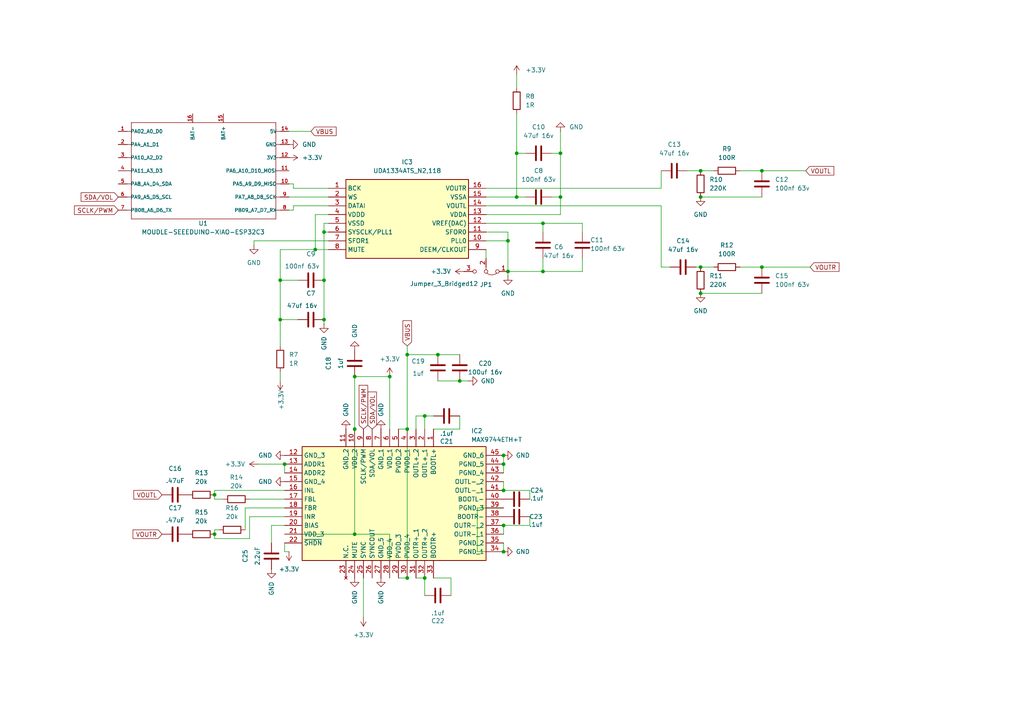
<source format=kicad_sch>
(kicad_sch (version 20231120) (generator "eeschema") (generator_version "8.0")
  (paper "A4")
  (lib_symbols
    (symbol "Device:C" (pin_numbers hide) (pin_names (offset 0.254))
      (property "Reference" "C" (at 0.635 2.54 0))
      (property "Value" "C" (at 0.635 -2.54 0))
      (symbol "C_0_1"
        (polyline (pts (xy -2.032 -0.762) (xy 2.032 -0.762)) (stroke (width 0.508)))
        (polyline (pts (xy -2.032 0.762) (xy 2.032 0.762)) (stroke (width 0.508)))
      )
      (symbol "C_1_1"
        (pin passive line (at 0 3.81 270) (length 2.794) (name "~") (number "1"))
        (pin passive line (at 0 -3.81 90) (length 2.794) (name "~") (number "2"))
      )
    )
    (symbol "Device:R" (pin_numbers hide) (pin_names (offset 0))
      (property "Reference" "R" (at 2.032 0 90))
      (property "Value" "R" (at 0 0 90))
      (symbol "R_0_1"
        (rectangle (start -1.016 -2.54) (end 1.016 2.54) (stroke (width 0.254)))
      )
      (symbol "R_1_1"
        (pin passive line (at 0 3.81 270) (length 1.27) (name "~") (number "1"))
        (pin passive line (at 0 -3.81 90) (length 1.27) (name "~") (number "2"))
      )
    )
    (symbol "Jumper:Jumper_3_Bridged12" (pin_names (offset 0) hide) (exclude_from_sim yes) (in_bom no)
      (property "Reference" "JP" (at -2.54 -2.54 0))
      (property "Value" "Jumper_3_Bridged12" (at 0 2.794 0))
      (symbol "Jumper_3_Bridged12_0_0"
        (circle (center -3.302 0) (radius 0.508))
        (circle (center 0 0) (radius 0.508))
        (circle (center 3.302 0) (radius 0.508))
      )
      (symbol "Jumper_3_Bridged12_0_1"
        (arc (start -0.254 0.508) (mid -1.651 0.9912) (end -3.048 0.508))
        (polyline (pts (xy 0 -1.27) (xy 0 -0.508)))
      )
      (symbol "Jumper_3_Bridged12_1_1"
        (pin passive line (at -6.35 0 0) (length 2.54) (name "A") (number "1"))
        (pin passive line (at 0 -3.81 90) (length 2.54) (name "C") (number "2"))
        (pin passive line (at 6.35 0 180) (length 2.54) (name "B") (number "3"))
      )
    )
    (symbol "SamacSys_Parts:MAX9744ETH+T"
      (property "Reference" "IC" (at 39.37 20.32 0))
      (property "Value" "MAX9744ETH+T" (at 39.37 17.78 0))
      (symbol "MAX9744ETH+T_1_1"
        (rectangle (start 5.08 15.24) (end 38.1 -38.1) (stroke (width 0.254)) (fill (type background)))
        (pin passive line (at 0 0 0) (length 5.08) (name "BOOTL+") (number "1"))
        (pin passive line (at 0 -22.86 0) (length 5.08) (name "VDD_2") (number "10"))
        (pin passive line (at 0 -25.4 0) (length 5.08) (name "GND_2") (number "11"))
        (pin passive line (at 7.62 -43.18 90) (length 5.08) (name "GND_3") (number "12"))
        (pin passive line (at 10.16 -43.18 90) (length 5.08) (name "ADDR1") (number "13"))
        (pin passive line (at 12.7 -43.18 90) (length 5.08) (name "ADDR2") (number "14"))
        (pin passive line (at 15.24 -43.18 90) (length 5.08) (name "GND_4") (number "15"))
        (pin passive line (at 17.78 -43.18 90) (length 5.08) (name "INL") (number "16"))
        (pin passive line (at 20.32 -43.18 90) (length 5.08) (name "FBL") (number "17"))
        (pin passive line (at 22.86 -43.18 90) (length 5.08) (name "FBR") (number "18"))
        (pin passive line (at 25.4 -43.18 90) (length 5.08) (name "INR") (number "19"))
        (pin passive line (at 0 -2.54 0) (length 5.08) (name "OUTL+_1") (number "2"))
        (pin passive line (at 27.94 -43.18 90) (length 5.08) (name "BIAS") (number "20"))
        (pin passive line (at 30.48 -43.18 90) (length 5.08) (name "VDD_3") (number "21"))
        (pin passive line (at 33.02 -43.18 90) (length 5.08) (name "~{SHDN}") (number "22"))
        (pin no_connect line (at 43.18 -25.4 180) (length 5.08) (name "N.C.") (number "23"))
        (pin passive line (at 43.18 -22.86 180) (length 5.08) (name "MUTE") (number "24"))
        (pin passive line (at 43.18 -20.32 180) (length 5.08) (name "SYNC") (number "25"))
        (pin passive line (at 43.18 -17.78 180) (length 5.08) (name "SYNCOUT") (number "26"))
        (pin passive line (at 43.18 -15.24 180) (length 5.08) (name "GND_5") (number "27"))
        (pin passive line (at 43.18 -12.7 180) (length 5.08) (name "VDD_4") (number "28"))
        (pin passive line (at 43.18 -10.16 180) (length 5.08) (name "PVDD_3") (number "29"))
        (pin passive line (at 0 -5.08 0) (length 5.08) (name "OUTL+_2") (number "3"))
        (pin passive line (at 43.18 -7.62 180) (length 5.08) (name "PVDD_4") (number "30"))
        (pin passive line (at 43.18 -5.08 180) (length 5.08) (name "OUTR+_1") (number "31"))
        (pin passive line (at 43.18 -2.54 180) (length 5.08) (name "OUTR+_2") (number "32"))
        (pin passive line (at 43.18 0 180) (length 5.08) (name "BOOTR+") (number "33"))
        (pin passive line (at 35.56 20.32 270) (length 5.08) (name "PGND_1") (number "34"))
        (pin passive line (at 33.02 20.32 270) (length 5.08) (name "PGND_2") (number "35"))
        (pin passive line (at 30.48 20.32 270) (length 5.08) (name "OUTR-_1") (number "36"))
        (pin passive line (at 27.94 20.32 270) (length 5.08) (name "OUTR-_2") (number "37"))
        (pin passive line (at 25.4 20.32 270) (length 5.08) (name "BOOTR-") (number "38"))
        (pin passive line (at 22.86 20.32 270) (length 5.08) (name "PGND_3") (number "39"))
        (pin passive line (at 0 -7.62 0) (length 5.08) (name "PVDD_1") (number "4"))
        (pin passive line (at 20.32 20.32 270) (length 5.08) (name "BOOTL-") (number "40"))
        (pin passive line (at 17.78 20.32 270) (length 5.08) (name "OUTL-_1") (number "41"))
        (pin passive line (at 15.24 20.32 270) (length 5.08) (name "OUTL-_2") (number "42"))
        (pin passive line (at 12.7 20.32 270) (length 5.08) (name "PGND_4") (number "43"))
        (pin passive line (at 10.16 20.32 270) (length 5.08) (name "PGND_5") (number "44"))
        (pin passive line (at 7.62 20.32 270) (length 5.08) (name "GND_6") (number "45"))
        (pin passive line (at 0 -10.16 0) (length 5.08) (name "PVDD_2") (number "5"))
        (pin passive line (at 0 -12.7 0) (length 5.08) (name "VDD_1") (number "6"))
        (pin passive line (at 0 -15.24 0) (length 5.08) (name "GND_1") (number "7"))
        (pin passive line (at 0 -17.78 0) (length 5.08) (name "SDA/VOL") (number "8"))
        (pin passive line (at 0 -20.32 0) (length 5.08) (name "SCLK/PWM") (number "9"))
      )
    )
    (symbol "SamacSys_Parts:MOUDLE-SEEEDUINO-XIAO-ESP32C3" (pin_names (offset 1.016))
      (property "Reference" "U" (at -21.59 15.24 0))
      (property "Value" "MOUDLE-SEEEDUINO-XIAO-ESP32C3" (at -22.352 26.416 0))
      (symbol "MOUDLE-SEEEDUINO-XIAO-ESP32C3_0_0"
        (polyline (pts (xy -21.59 -13.97) (xy -21.59 0)) (stroke (width 0.1524)))
        (polyline (pts (xy -21.59 -11.43) (xy -22.86 -11.43)) (stroke (width 0.1524)))
        (polyline (pts (xy -21.59 -7.62) (xy -22.86 -7.62)) (stroke (width 0.1524)))
        (polyline (pts (xy -21.59 -3.81) (xy -22.86 -3.81)) (stroke (width 0.1524)))
        (polyline (pts (xy -21.59 0) (xy -22.86 0)) (stroke (width 0.1524)))
        (polyline (pts (xy -21.59 0) (xy -21.59 3.81)) (stroke (width 0.1524)))
        (polyline (pts (xy -21.59 3.81) (xy -22.86 3.81)) (stroke (width 0.1524)))
        (polyline (pts (xy -21.59 3.81) (xy -21.59 7.62)) (stroke (width 0.1524)))
        (polyline (pts (xy -21.59 7.62) (xy -22.86 7.62)) (stroke (width 0.1524)))
        (polyline (pts (xy -21.59 7.62) (xy -21.59 11.43)) (stroke (width 0.1524)))
        (polyline (pts (xy -21.59 11.43) (xy -22.86 11.43)) (stroke (width 0.1524)))
        (polyline (pts (xy -21.59 11.43) (xy -21.59 13.97)) (stroke (width 0.1524)))
        (polyline (pts (xy -21.59 13.97) (xy 20.32 13.97)) (stroke (width 0.1524)))
        (polyline (pts (xy 20.32 -13.97) (xy -21.59 -13.97)) (stroke (width 0.1524)))
        (polyline (pts (xy 20.32 3.81) (xy 20.32 -13.97)) (stroke (width 0.1524)))
        (polyline (pts (xy 20.32 7.62) (xy 20.32 3.81)) (stroke (width 0.1524)))
        (polyline (pts (xy 20.32 11.43) (xy 20.32 7.62)) (stroke (width 0.1524)))
        (polyline (pts (xy 20.32 13.97) (xy 20.32 11.43)) (stroke (width 0.1524)))
        (polyline (pts (xy 21.59 -11.43) (xy 20.32 -11.43)) (stroke (width 0.1524)))
        (polyline (pts (xy 21.59 -7.62) (xy 20.32 -7.62)) (stroke (width 0.1524)))
        (polyline (pts (xy 21.59 -3.81) (xy 20.32 -3.81)) (stroke (width 0.1524)))
        (polyline (pts (xy 21.59 0) (xy 20.32 0)) (stroke (width 0.1524)))
        (polyline (pts (xy 21.59 3.81) (xy 20.32 3.81)) (stroke (width 0.1524)))
        (polyline (pts (xy 21.59 7.62) (xy 20.32 7.62)) (stroke (width 0.1524)))
        (polyline (pts (xy 21.59 11.43) (xy 20.32 11.43)) (stroke (width 0.1524)))
        (pin bidirectional line (at -25.4 11.43 0) (length 2.54) (name "PA02_A0_D0") (number "1"))
        (pin bidirectional line (at 24.13 -3.81 180) (length 2.54) (name "PA5_A9_D9_MISO") (number "10"))
        (pin bidirectional line (at 24.13 0 180) (length 2.54) (name "PA6_A10_D10_MOSI") (number "11"))
        (pin bidirectional line (at 24.13 3.81 180) (length 2.54) (name "3V3") (number "12"))
        (pin bidirectional line (at 24.13 7.62 180) (length 2.54) (name "GND") (number "13"))
        (pin bidirectional line (at 24.13 11.43 180) (length 2.54) (name "5V") (number "14"))
        (pin bidirectional line (at -25.4 7.62 0) (length 2.54) (name "PA4_A1_D1") (number "2"))
        (pin bidirectional line (at -25.4 3.81 0) (length 2.54) (name "PA10_A2_D2") (number "3"))
        (pin bidirectional line (at -25.4 0 0) (length 2.54) (name "PA11_A3_D3") (number "4"))
        (pin bidirectional line (at -25.4 -3.81 0) (length 2.54) (name "PA8_A4_D4_SDA") (number "5"))
        (pin bidirectional line (at -25.4 -7.62 0) (length 2.54) (name "PA9_A5_D5_SCL") (number "6"))
        (pin bidirectional line (at -25.4 -11.43 0) (length 2.54) (name "PB08_A6_D6_TX") (number "7"))
        (pin bidirectional line (at 24.13 -11.43 180) (length 2.54) (name "PB09_A7_D7_RX") (number "8"))
        (pin bidirectional line (at 24.13 -7.62 180) (length 2.54) (name "PA7_A8_D8_SCK") (number "9"))
      )
      (symbol "MOUDLE-SEEEDUINO-XIAO-ESP32C3_1_0"
        (pin bidirectional line (at 5.08 16.51 270) (length 2.54) (name "BAT+") (number "15"))
        (pin bidirectional line (at -3.81 16.51 270) (length 2.54) (name "BAT-") (number "16"))
      )
    )
    (symbol "SamacSys_Parts:UDA1334ATS_N2,118"
      (property "Reference" "IC" (at 41.91 7.62 0))
      (property "Value" "UDA1334ATS_N2,118" (at 41.91 5.08 0))
      (symbol "UDA1334ATS_N2,118_1_1"
        (rectangle (start 5.08 2.54) (end 40.64 -20.32) (stroke (width 0.254)) (fill (type background)))
        (pin passive line (at 0 0 0) (length 5.08) (name "BCK") (number "1"))
        (pin passive line (at 45.72 -15.24 180) (length 5.08) (name "PLL0") (number "10"))
        (pin passive line (at 45.72 -12.7 180) (length 5.08) (name "SFOR0") (number "11"))
        (pin passive line (at 45.72 -10.16 180) (length 5.08) (name "VREF(DAC)") (number "12"))
        (pin passive line (at 45.72 -7.62 180) (length 5.08) (name "VDDA") (number "13"))
        (pin passive line (at 45.72 -5.08 180) (length 5.08) (name "VOUTL") (number "14"))
        (pin passive line (at 45.72 -2.54 180) (length 5.08) (name "VSSA") (number "15"))
        (pin passive line (at 45.72 0 180) (length 5.08) (name "VOUTR") (number "16"))
        (pin passive line (at 0 -2.54 0) (length 5.08) (name "WS") (number "2"))
        (pin passive line (at 0 -5.08 0) (length 5.08) (name "DATAI") (number "3"))
        (pin passive line (at 0 -7.62 0) (length 5.08) (name "VDDD") (number "4"))
        (pin passive line (at 0 -10.16 0) (length 5.08) (name "VSSD") (number "5"))
        (pin passive line (at 0 -12.7 0) (length 5.08) (name "SYSCLK/PLL1") (number "6"))
        (pin passive line (at 0 -15.24 0) (length 5.08) (name "SFOR1") (number "7"))
        (pin passive line (at 0 -17.78 0) (length 5.08) (name "MUTE") (number "8"))
        (pin passive line (at 45.72 -17.78 180) (length 5.08) (name "DEEM/CLKOUT") (number "9"))
      )
    )
    (symbol "power:+3.3V" (power) (pin_numbers hide) (pin_names (offset 0) hide)
      (property "Value" "+3.3V" (at 0 3.556 0))
      (symbol "+3.3V_0_1"
        (polyline (pts (xy -0.762 1.27) (xy 0 2.54)))
        (polyline (pts (xy 0 0) (xy 0 2.54)))
        (polyline (pts (xy 0 2.54) (xy 0.762 1.27)))
      )
      (symbol "+3.3V_1_1"
        (pin power_in line (at 0 0 90) (length 0) (name "~") (number "1"))
      )
    )
    (symbol "power:GND" (power) (pin_numbers hide) (pin_names (offset 0) hide)
      (property "Value" "GND" (at 0 -3.81 0))
      (symbol "GND_0_1"
        (polyline (pts (xy 0 0) (xy 0 -1.27) (xy 1.27 -1.27) (xy 0 -2.54) (xy -1.27 -1.27) (xy 0 -1.27)))
      )
      (symbol "GND_1_1"
        (pin power_in line (at 0 0 270) (length 0) (name "~") (number "1"))
      )
    )
  )
  (junction (at 220.98 49.53))
  (junction (at 146.05 152.4))
  (junction (at 203.2 77.47))
  (junction (at 102.87 124.46))
  (junction (at 127 102.87))
  (junction (at 102.87 109.22))
  (junction (at 146.05 132.08))
  (junction (at 118.11 102.87))
  (junction (at 203.2 57.15))
  (junction (at 102.87 154.94))
  (junction (at 133.35 110.49))
  (junction (at 162.56 44.45))
  (junction (at 123.19 167.64))
  (junction (at 62.23 143.51))
  (junction (at 149.86 44.45))
  (junction (at 93.98 92.71))
  (junction (at 91.44 72.39))
  (junction (at 157.48 78.74))
  (junction (at 93.98 81.28))
  (junction (at 146.05 160.02))
  (junction (at 147.32 78.74))
  (junction (at 162.56 57.15))
  (junction (at 118.11 167.64))
  (junction (at 203.2 85.09))
  (junction (at 123.19 120.65))
  (junction (at 146.05 134.62))
  (junction (at 113.03 109.22))
  (junction (at 147.32 69.85))
  (junction (at 149.86 57.15))
  (junction (at 146.05 142.24))
  (junction (at 203.2 49.53))
  (junction (at 157.48 64.77))
  (junction (at 82.55 134.62))
  (junction (at 220.98 77.47))
  (junction (at 62.23 154.94))
  (junction (at 81.28 92.71))
  (junction (at 93.98 67.31))
  (junction (at 118.11 124.46))
  (junction (at 81.28 81.28))
  (wire (pts (xy 115.57 124.46) (xy 118.11 124.46)))
  (wire (pts (xy 82.55 137.16) (xy 82.55 134.62)))
  (wire (pts (xy 168.91 74.93) (xy 168.91 78.74)))
  (wire (pts (xy 127 102.87) (xy 133.35 102.87)))
  (wire (pts (xy 120.65 167.64) (xy 123.19 167.64)))
  (wire (pts (xy 201.93 77.47) (xy 203.2 77.47)))
  (wire (pts (xy 81.28 110.49) (xy 81.28 107.95)))
  (wire (pts (xy 62.23 156.21) (xy 62.23 154.94)))
  (wire (pts (xy 191.77 77.47) (xy 194.31 77.47)))
  (wire (pts (xy 82.55 149.86) (xy 72.39 149.86)))
  (wire (pts (xy 83.82 57.15) (xy 95.25 57.15)))
  (wire (pts (xy 133.35 124.46) (xy 133.35 120.65)))
  (wire (pts (xy 81.28 72.39) (xy 81.28 81.28)))
  (wire (pts (xy 147.32 78.74) (xy 147.32 80.01)))
  (wire (pts (xy 82.55 157.48) (xy 82.55 160.02)))
  (wire (pts (xy 82.55 152.4) (xy 78.74 152.4)))
  (wire (pts (xy 153.67 152.4) (xy 153.67 149.86)))
  (wire (pts (xy 63.5 153.67) (xy 62.23 153.67)))
  (wire (pts (xy 140.97 54.61) (xy 191.77 54.61)))
  (wire (pts (xy 93.98 81.28) (xy 93.98 92.71)))
  (wire (pts (xy 191.77 59.69) (xy 191.77 77.47)))
  (wire (pts (xy 130.81 167.64) (xy 125.73 167.64)))
  (wire (pts (xy 74.93 134.62) (xy 82.55 134.62)))
  (wire (pts (xy 203.2 77.47) (xy 207.01 77.47)))
  (wire (pts (xy 157.48 64.77) (xy 168.91 64.77)))
  (wire (pts (xy 73.66 69.85) (xy 73.66 71.12)))
  (wire (pts (xy 140.97 72.39) (xy 140.97 74.93)))
  (wire (pts (xy 140.97 59.69) (xy 191.77 59.69)))
  (wire (pts (xy 135.89 110.49) (xy 133.35 110.49)))
  (wire (pts (xy 147.32 69.85) (xy 147.32 78.74)))
  (wire (pts (xy 146.05 132.08) (xy 146.05 134.62)))
  (wire (pts (xy 115.57 167.64) (xy 118.11 167.64)))
  (wire (pts (xy 91.44 72.39) (xy 91.44 62.23)))
  (wire (pts (xy 82.55 142.24) (xy 62.23 142.24)))
  (wire (pts (xy 82.55 160.02) (xy 83.82 160.02)))
  (wire (pts (xy 149.86 44.45) (xy 152.4 44.45)))
  (wire (pts (xy 85.09 54.61) (xy 85.09 53.34)))
  (wire (pts (xy 113.03 109.22) (xy 102.87 109.22)))
  (wire (pts (xy 153.67 142.24) (xy 146.05 142.24)))
  (wire (pts (xy 113.03 154.94) (xy 102.87 154.94)))
  (wire (pts (xy 149.86 57.15) (xy 152.4 57.15)))
  (wire (pts (xy 147.32 78.74) (xy 157.48 78.74)))
  (wire (pts (xy 93.98 67.31) (xy 93.98 64.77)))
  (wire (pts (xy 168.91 78.74) (xy 157.48 78.74)))
  (wire (pts (xy 220.98 77.47) (xy 234.95 77.47)))
  (wire (pts (xy 82.55 154.94) (xy 102.87 154.94)))
  (wire (pts (xy 140.97 69.85) (xy 147.32 69.85)))
  (wire (pts (xy 102.87 124.46) (xy 102.87 154.94)))
  (wire (pts (xy 83.82 38.1) (xy 90.17 38.1)))
  (wire (pts (xy 149.86 44.45) (xy 149.86 57.15)))
  (wire (pts (xy 203.2 57.15) (xy 220.98 57.15)))
  (wire (pts (xy 123.19 167.64) (xy 123.19 172.72)))
  (wire (pts (xy 95.25 69.85) (xy 73.66 69.85)))
  (wire (pts (xy 146.05 147.32) (xy 138.43 147.32)))
  (wire (pts (xy 95.25 54.61) (xy 85.09 54.61)))
  (wire (pts (xy 203.2 49.53) (xy 207.01 49.53)))
  (wire (pts (xy 81.28 81.28) (xy 86.36 81.28)))
  (wire (pts (xy 120.65 120.65) (xy 123.19 120.65)))
  (wire (pts (xy 85.09 60.96) (xy 85.09 59.69)))
  (wire (pts (xy 113.03 109.22) (xy 113.03 124.46)))
  (wire (pts (xy 93.98 93.98) (xy 93.98 92.71)))
  (wire (pts (xy 127 110.49) (xy 133.35 110.49)))
  (wire (pts (xy 118.11 102.87) (xy 118.11 124.46)))
  (wire (pts (xy 93.98 64.77) (xy 95.25 64.77)))
  (wire (pts (xy 157.48 64.77) (xy 157.48 67.31)))
  (wire (pts (xy 162.56 44.45) (xy 160.02 44.45)))
  (wire (pts (xy 149.86 33.02) (xy 149.86 44.45)))
  (wire (pts (xy 105.41 179.07) (xy 105.41 167.64)))
  (wire (pts (xy 64.77 144.78) (xy 62.23 144.78)))
  (wire (pts (xy 140.97 67.31) (xy 147.32 67.31)))
  (wire (pts (xy 162.56 38.1) (xy 162.56 44.45)))
  (wire (pts (xy 162.56 62.23) (xy 140.97 62.23)))
  (wire (pts (xy 81.28 100.33) (xy 81.28 92.71)))
  (wire (pts (xy 71.12 147.32) (xy 82.55 147.32)))
  (wire (pts (xy 62.23 144.78) (xy 62.23 143.51)))
  (wire (pts (xy 118.11 102.87) (xy 127 102.87)))
  (wire (pts (xy 62.23 142.24) (xy 62.23 143.51)))
  (wire (pts (xy 130.81 172.72) (xy 130.81 167.64)))
  (wire (pts (xy 72.39 149.86) (xy 72.39 156.21)))
  (wire (pts (xy 81.28 81.28) (xy 81.28 92.71)))
  (wire (pts (xy 162.56 57.15) (xy 162.56 62.23)))
  (wire (pts (xy 149.86 21.59) (xy 149.86 25.4)))
  (wire (pts (xy 85.09 53.34) (xy 83.82 53.34)))
  (wire (pts (xy 125.73 124.46) (xy 133.35 124.46)))
  (wire (pts (xy 168.91 64.77) (xy 168.91 67.31)))
  (wire (pts (xy 146.05 134.62) (xy 146.05 137.16)))
  (wire (pts (xy 147.32 67.31) (xy 147.32 69.85)))
  (wire (pts (xy 95.25 67.31) (xy 93.98 67.31)))
  (wire (pts (xy 214.63 49.53) (xy 220.98 49.53)))
  (wire (pts (xy 71.12 153.67) (xy 71.12 147.32)))
  (wire (pts (xy 123.19 124.46) (xy 123.19 120.65)))
  (wire (pts (xy 95.25 59.69) (xy 85.09 59.69)))
  (wire (pts (xy 146.05 152.4) (xy 146.05 154.94)))
  (wire (pts (xy 102.87 109.22) (xy 102.87 124.46)))
  (wire (pts (xy 138.43 147.32) (xy 138.43 160.02)))
  (wire (pts (xy 118.11 100.33) (xy 118.11 102.87)))
  (wire (pts (xy 199.39 49.53) (xy 203.2 49.53)))
  (wire (pts (xy 120.65 124.46) (xy 120.65 120.65)))
  (wire (pts (xy 62.23 153.67) (xy 62.23 154.94)))
  (wire (pts (xy 162.56 44.45) (xy 162.56 57.15)))
  (wire (pts (xy 81.28 92.71) (xy 86.36 92.71)))
  (wire (pts (xy 146.05 139.7) (xy 146.05 142.24)))
  (wire (pts (xy 81.28 72.39) (xy 91.44 72.39)))
  (wire (pts (xy 82.55 144.78) (xy 72.39 144.78)))
  (wire (pts (xy 123.19 120.65) (xy 125.73 120.65)))
  (wire (pts (xy 140.97 64.77) (xy 157.48 64.77)))
  (wire (pts (xy 93.98 67.31) (xy 93.98 81.28)))
  (wire (pts (xy 153.67 144.78) (xy 153.67 142.24)))
  (wire (pts (xy 214.63 77.47) (xy 220.98 77.47)))
  (wire (pts (xy 157.48 74.93) (xy 157.48 78.74)))
  (wire (pts (xy 203.2 85.09) (xy 220.98 85.09)))
  (wire (pts (xy 146.05 157.48) (xy 146.05 160.02)))
  (wire (pts (xy 78.74 152.4) (xy 78.74 157.48)))
  (wire (pts (xy 162.56 57.15) (xy 160.02 57.15)))
  (wire (pts (xy 118.11 124.46) (xy 118.11 167.64)))
  (wire (pts (xy 220.98 49.53) (xy 233.68 49.53)))
  (wire (pts (xy 191.77 54.61) (xy 191.77 49.53)))
  (wire (pts (xy 113.03 167.64) (xy 113.03 154.94)))
  (wire (pts (xy 138.43 160.02) (xy 146.05 160.02)))
  (wire (pts (xy 62.23 156.21) (xy 72.39 156.21)))
  (wire (pts (xy 85.09 60.96) (xy 83.82 60.96)))
  (wire (pts (xy 149.86 57.15) (xy 140.97 57.15)))
  (wire (pts (xy 146.05 152.4) (xy 153.67 152.4)))
  (wire (pts (xy 91.44 62.23) (xy 95.25 62.23)))
  (wire (pts (xy 95.25 72.39) (xy 91.44 72.39)))
  (global_label "VOUTR" (shape input) (at 234.95 77.47 0) (property "Intersheetrefs" "${INTERSHEET_REFS}" (effects (hide yes))))
  (global_label "SCLK/PWM" (shape input) (at 105.41 124.46 90) (property "Intersheetrefs" "${INTERSHEET_REFS}" (effects (hide yes))))
  (global_label "VOUTR" (shape input) (at 46.99 154.94 180) (property "Intersheetrefs" "${INTERSHEET_REFS}" (effects (hide yes))))
  (global_label "VOUTL" (shape input) (at 233.68 49.53 0) (property "Intersheetrefs" "${INTERSHEET_REFS}" (effects (hide yes))))
  (global_label "VBUS" (shape input) (at 90.17 38.1 0) (property "Intersheetrefs" "${INTERSHEET_REFS}" (effects (hide yes))))
  (global_label "VOUTL" (shape input) (at 46.99 143.51 180) (property "Intersheetrefs" "${INTERSHEET_REFS}" (effects (hide yes))))
  (global_label "SDA/VOL" (shape input) (at 107.95 124.46 90) (property "Intersheetrefs" "${INTERSHEET_REFS}" (effects (hide yes))))
  (global_label "SDA/VOL" (shape input) (at 34.29 57.15 180) (property "Intersheetrefs" "${INTERSHEET_REFS}" (effects (hide yes))))
  (global_label "VBUS" (shape input) (at 118.11 100.33 90) (property "Intersheetrefs" "${INTERSHEET_REFS}" (effects (hide yes))))
  (global_label "SCLK/PWM" (shape input) (at 34.29 60.96 180) (property "Intersheetrefs" "${INTERSHEET_REFS}" (effects (hide yes))))
  (symbol (lib_id "Device:C") (at 220.98 53.34 180) (unit 1)
    (property "Reference" "C12" (at 224.79 52.0699 0) (effects (justify right)))
    (property "Value" "100nf 63v" (at 224.79 54.6099 0) (effects (justify right)))
    (property "Footprint" "Capacitor_SMD:C_0805_2012Metric" (effects (hide yes)))
    (property "Description" "Unpolarized capacitor" (effects (hide yes)))
  )
  (symbol (lib_id "Device:C") (at 129.54 120.65 270) (unit 1)
    (property "Reference" "C21" (at 129.54 128.016 90))
    (property "Value" ".1uf" (at 129.54 125.73 90))
    (property "Footprint" "Capacitor_SMD:C_0805_2012Metric" (effects (hide yes)))
    (property "Description" "Unpolarized capacitor" (effects (hide yes)))
  )
  (symbol (lib_id "power:GND") (at 162.56 38.1 180) (unit 1)
    (property "Reference" "#PWR015" (effects (hide yes)))
    (property "Value" "GND" (at 165.1 36.8299 0) (effects (justify right)))
    (property "Description" "Power symbol creates a global label with name \"GND\" , ground" (effects (hide yes)))
  )
  (symbol (lib_id "power:GND") (at 82.55 132.08 270) (unit 1)
    (property "Reference" "#PWR028" (effects (hide yes)))
    (property "Value" "GND" (at 78.994 132.08 90) (effects (justify right)))
    (property "Description" "Power symbol creates a global label with name \"GND\" , ground" (effects (hide yes)))
  )
  (symbol (lib_id "power:GND") (at 146.05 160.02 90) (unit 1)
    (property "Reference" "#PWR024" (effects (hide yes)))
    (property "Value" "GND" (at 149.606 160.02 90) (effects (justify right)))
    (property "Description" "Power symbol creates a global label with name \"GND\" , ground" (effects (hide yes)))
  )
  (symbol (lib_id "power:GND") (at 203.2 57.15 0) (unit 1)
    (property "Reference" "#PWR018" (effects (hide yes)))
    (property "Value" "GND" (at 203.2 62.23 0))
    (property "Description" "Power symbol creates a global label with name \"GND\" , ground" (effects (hide yes)))
  )
  (symbol (lib_id "power:GND") (at 82.55 139.7 270) (unit 1)
    (property "Reference" "#PWR030" (effects (hide yes)))
    (property "Value" "GND" (at 78.994 139.7 90) (effects (justify right)))
    (property "Description" "Power symbol creates a global label with name \"GND\" , ground" (effects (hide yes)))
  )
  (symbol (lib_id "Device:C") (at 156.21 44.45 90) (unit 1)
    (property "Reference" "C10" (at 156.21 36.83 90))
    (property "Value" "47uf 16v" (at 156.21 39.37 90))
    (property "Footprint" "Capacitor_SMD:C_1210_3225Metric" (effects (hide yes)))
    (property "Description" "Unpolarized capacitor" (effects (hide yes)))
  )
  (symbol (lib_id "Device:C") (at 149.86 149.86 90) (unit 1)
    (property "Reference" "C23" (at 155.448 149.86 90))
    (property "Value" ".1uf" (at 155.448 152.146 90))
    (property "Footprint" "Capacitor_SMD:C_0805_2012Metric" (effects (hide yes)))
    (property "Description" "Unpolarized capacitor" (effects (hide yes)))
  )
  (symbol (lib_id "power:+3.3V") (at 81.28 110.49 180) (unit 1)
    (property "Reference" "#PWR013" (effects (hide yes)))
    (property "Value" "+3.3V" (at 81.534 113.03 90) (effects (justify left)))
    (property "Description" "Power symbol creates a global label with name \"+3.3V\"" (effects (hide yes)))
  )
  (symbol (lib_id "power:+3.3V") (at 134.62 78.74 90) (unit 1)
    (property "Reference" "#PWR017" (effects (hide yes)))
    (property "Value" "+3.3V" (at 130.81 78.7399 90) (effects (justify left)))
    (property "Description" "Power symbol creates a global label with name \"+3.3V\"" (effects (hide yes)))
  )
  (symbol (lib_id "Device:C") (at 195.58 49.53 90) (unit 1)
    (property "Reference" "C13" (at 195.58 41.91 90))
    (property "Value" "47uf 16v" (at 195.58 44.45 90))
    (property "Footprint" "Capacitor_SMD:C_1210_3225Metric" (effects (hide yes)))
    (property "Description" "Unpolarized capacitor" (effects (hide yes)))
  )
  (symbol (lib_id "power:GND") (at 135.89 110.49 90) (unit 1)
    (property "Reference" "#PWR022" (effects (hide yes)))
    (property "Value" "GND" (at 139.446 110.49 90) (effects (justify right)))
    (property "Description" "Power symbol creates a global label with name \"GND\" , ground" (effects (hide yes)))
  )
  (symbol (lib_id "Device:C") (at 156.21 57.15 90) (unit 1)
    (property "Reference" "C8" (at 156.21 49.53 90))
    (property "Value" "100nf 63v" (at 156.21 52.07 90))
    (property "Footprint" "Capacitor_SMD:C_0805_2012Metric" (effects (hide yes)))
    (property "Description" "Unpolarized capacitor" (effects (hide yes)))
  )
  (symbol (lib_id "power:GND") (at 147.32 80.01 0) (unit 1)
    (property "Reference" "#PWR012" (effects (hide yes)))
    (property "Value" "GND" (at 147.32 85.09 0))
    (property "Description" "Power symbol creates a global label with name \"GND\" , ground" (effects (hide yes)))
  )
  (symbol (lib_id "power:+3.3V") (at 74.93 134.62 90) (unit 1)
    (property "Reference" "#PWR031" (effects (hide yes)))
    (property "Value" "+3.3V" (at 71.12 134.6199 90) (effects (justify left)))
    (property "Description" "Power symbol creates a global label with name \"+3.3V\"" (effects (hide yes)))
  )
  (symbol (lib_id "power:GND") (at 100.33 124.46 180) (unit 1)
    (property "Reference" "#PWR027" (effects (hide yes)))
    (property "Value" "GND" (at 100.33 120.904 90) (effects (justify right)))
    (property "Description" "Power symbol creates a global label with name \"GND\" , ground" (effects (hide yes)))
  )
  (symbol (lib_id "Device:R") (at 68.58 144.78 90) (unit 1)
    (property "Reference" "R14" (at 68.58 138.43 90))
    (property "Value" "20k" (at 68.58 140.97 90))
    (property "Footprint" "Resistor_SMD:R_0805_2012Metric" (effects (hide yes)))
    (property "Description" "Resistor" (effects (hide yes)))
  )
  (symbol (lib_id "Device:C") (at 157.48 71.12 180) (unit 1)
    (property "Reference" "C6" (at 162.052 71.628 0))
    (property "Value" "47uf 16v" (at 162.052 74.168 0))
    (property "Footprint" "Capacitor_SMD:C_1210_3225Metric" (effects (hide yes)))
    (property "Description" "Unpolarized capacitor" (effects (hide yes)))
  )
  (symbol (lib_id "power:+3.3V") (at 105.41 179.07 180) (unit 1)
    (property "Reference" "#PWR034" (effects (hide yes)))
    (property "Value" "+3.3V" (at 105.41 184.15 0))
    (property "Description" "Power symbol creates a global label with name \"+3.3V\"" (effects (hide yes)))
  )
  (symbol (lib_id "power:GND") (at 102.87 101.6 180) (unit 1)
    (property "Reference" "#PWR020" (effects (hide yes)))
    (property "Value" "GND" (at 102.87 98.044 90) (effects (justify right)))
    (property "Description" "Power symbol creates a global label with name \"GND\" , ground" (effects (hide yes)))
  )
  (symbol (lib_id "power:+3.3V") (at 83.82 45.72 270) (unit 1)
    (property "Reference" "#PWR03" (effects (hide yes)))
    (property "Value" "+3.3V" (at 87.63 45.7199 90) (effects (justify left)))
    (property "Description" "Power symbol creates a global label with name \"+3.3V\"" (effects (hide yes)))
  )
  (symbol (lib_id "Device:C") (at 127 172.72 270) (unit 1)
    (property "Reference" "C22" (at 127 180.086 90))
    (property "Value" ".1uf" (at 127 177.8 90))
    (property "Footprint" "Capacitor_SMD:C_0805_2012Metric" (effects (hide yes)))
    (property "Description" "Unpolarized capacitor" (effects (hide yes)))
  )
  (symbol (lib_id "power:GND") (at 73.66 71.12 0) (unit 1)
    (property "Reference" "#PWR02" (effects (hide yes)))
    (property "Value" "GND" (at 73.66 76.2 0))
    (property "Description" "Power symbol creates a global label with name \"GND\" , ground" (effects (hide yes)))
  )
  (symbol (lib_id "Device:C") (at 168.91 71.12 180) (unit 1)
    (property "Reference" "C11" (at 171.196 69.596 0) (effects (justify right)))
    (property "Value" "100nf 63v" (at 171.196 72.136 0) (effects (justify right)))
    (property "Footprint" "Capacitor_SMD:C_0805_2012Metric" (effects (hide yes)))
    (property "Description" "Unpolarized capacitor" (effects (hide yes)))
  )
  (symbol (lib_id "Device:R") (at 210.82 49.53 90) (unit 1)
    (property "Reference" "R9" (at 210.82 43.18 90))
    (property "Value" "100R" (at 210.82 45.72 90))
    (property "Footprint" "Resistor_SMD:R_0805_2012Metric" (effects (hide yes)))
    (property "Description" "Resistor" (effects (hide yes)))
  )
  (symbol (lib_id "power:GND") (at 102.87 167.64 0) (unit 1)
    (property "Reference" "#PWR033" (effects (hide yes)))
    (property "Value" "GND" (at 102.87 171.196 90) (effects (justify right)))
    (property "Description" "Power symbol creates a global label with name \"GND\" , ground" (effects (hide yes)))
  )
  (symbol (lib_id "Device:C") (at 90.17 81.28 90) (unit 1)
    (property "Reference" "C9" (at 90.17 73.66 90))
    (property "Value" "100nf 63v" (at 87.63 77.216 90))
    (property "Footprint" "Capacitor_SMD:C_0805_2012Metric" (effects (hide yes)))
    (property "Description" "Unpolarized capacitor" (effects (hide yes)))
  )
  (symbol (lib_id "Device:C") (at 198.12 77.47 90) (unit 1)
    (property "Reference" "C14" (at 198.12 69.85 90))
    (property "Value" "47uf 16v" (at 198.12 72.39 90))
    (property "Footprint" "Capacitor_SMD:C_1210_3225Metric" (effects (hide yes)))
    (property "Description" "Unpolarized capacitor" (effects (hide yes)))
  )
  (symbol (lib_id "Device:C") (at 127 106.68 180) (unit 1)
    (property "Reference" "C19" (at 121.285 104.775 0))
    (property "Value" "1uf" (at 121.285 108.331 0))
    (property "Footprint" "Capacitor_SMD:C_0805_2012Metric" (effects (hide yes)))
    (property "Description" "Unpolarized capacitor" (effects (hide yes)))
  )
  (symbol (lib_id "Device:C") (at 149.86 144.78 90) (unit 1)
    (property "Reference" "C24" (at 155.702 142.24 90))
    (property "Value" ".1uf" (at 155.702 144.526 90))
    (property "Footprint" "Capacitor_SMD:C_0805_2012Metric" (effects (hide yes)))
    (property "Description" "Unpolarized capacitor" (effects (hide yes)))
  )
  (symbol (lib_id "Device:C") (at 50.8 154.94 90) (unit 1)
    (property "Reference" "C17" (at 50.8 147.32 90))
    (property "Value" ".47uF" (at 50.8 150.876 90))
    (property "Footprint" "Capacitor_SMD:C_0805_2012Metric" (effects (hide yes)))
    (property "Description" "Unpolarized capacitor" (effects (hide yes)))
  )
  (symbol (lib_id "SamacSys_Parts:MOUDLE-SEEEDUINO-XIAO-ESP32C3") (at 59.69 49.53 0) (unit 1)
    (property "Reference" "U1" (at 58.928 64.77 0))
    (property "Value" "MOUDLE-SEEEDUINO-XIAO-ESP32C3" (at 58.928 67.31 0))
    (property "Footprint" "Arduino:MOUDLE14P-SMD-2.54-21X17.8MM" (effects (hide yes)))
  )
  (symbol (lib_id "power:GND") (at 110.49 167.64 0) (unit 1)
    (property "Reference" "#PWR025" (effects (hide yes)))
    (property "Value" "GND" (at 110.49 171.196 90) (effects (justify right)))
    (property "Description" "Power symbol creates a global label with name \"GND\" , ground" (effects (hide yes)))
  )
  (symbol (lib_id "power:GND") (at 146.05 132.08 90) (unit 1)
    (property "Reference" "#PWR023" (effects (hide yes)))
    (property "Value" "GND" (at 149.606 132.08 90) (effects (justify right)))
    (property "Description" "Power symbol creates a global label with name \"GND\" , ground" (effects (hide yes)))
  )
  (symbol (lib_id "power:+3.3V") (at 113.03 109.22 0) (unit 1)
    (property "Reference" "#PWR021" (effects (hide yes)))
    (property "Value" "+3.3V" (at 113.03 104.14 0))
    (property "Description" "Power symbol creates a global label with name \"+3.3V\"" (effects (hide yes)))
  )
  (symbol (lib_id "Device:C") (at 50.8 143.51 90) (unit 1)
    (property "Reference" "C16" (at 50.8 135.89 90))
    (property "Value" ".47uF" (at 50.8 139.446 90))
    (property "Footprint" "Capacitor_SMD:C_0805_2012Metric" (effects (hide yes)))
    (property "Description" "Unpolarized capacitor" (effects (hide yes)))
  )
  (symbol (lib_id "SamacSys_Parts:UDA1334ATS_N2,118") (at 95.25 54.61 0) (unit 1)
    (property "Reference" "IC3" (at 118.11 46.99 0))
    (property "Value" "UDA1334ATS_N2,118" (at 118.11 49.53 0))
    (property "Footprint" "SOP65P640X150-16N" (effects (hide yes)))
    (property "Datasheet" "https://componentsearchengine.com/Datasheets/1/UDA1334ATS_N2,118.pdf" (effects (hide yes)))
    (property "Description" "NXP - UDA1334ATS/N2,118 - DAC, VOLTAGE OUTPUT, 24BIT, SSOP-16" (effects (hide yes)))
    (property "Height" "1.5" (effects (hide yes)))
    (property "Manufacturer_Name" "NXP" (effects (hide yes)))
    (property "Manufacturer_Part_Number" "UDA1334ATS/N2,118" (effects (hide yes)))
    (property "Mouser Part Number" "771-UDA1334ATSDH-T" (effects (hide yes)))
    (property "Mouser Price/Stock" "https://www.mouser.co.uk/ProductDetail/NXP-Semiconductors/UDA1334ATS-N2118?qs=LOCUfHb8d9uKPXdQDaGYXA%3D%3D" (effects (hide yes)))
    (property "Arrow Part Number" "UDA1334ATS/N2,118" (effects (hide yes)))
    (property "Arrow Price/Stock" "https://www.arrow.com/en/products/uda1334atsn2118/nxp-semiconductors" (effects (hide yes)))
  )
  (symbol (lib_id "Device:R") (at 203.2 53.34 180) (unit 1)
    (property "Reference" "R10" (at 205.74 52.0699 0) (effects (justify right)))
    (property "Value" "220K" (at 205.74 54.6099 0) (effects (justify right)))
    (property "Footprint" "Resistor_SMD:R_0805_2012Metric" (effects (hide yes)))
    (property "Description" "Resistor" (effects (hide yes)))
  )
  (symbol (lib_id "Device:R") (at 210.82 77.47 90) (unit 1)
    (property "Reference" "R12" (at 210.82 71.12 90))
    (property "Value" "100R" (at 210.82 73.66 90))
    (property "Footprint" "Resistor_SMD:R_0805_2012Metric" (effects (hide yes)))
    (property "Description" "Resistor" (effects (hide yes)))
  )
  (symbol (lib_id "power:+3.3V") (at 83.82 160.02 180) (unit 1)
    (property "Reference" "#PWR032" (effects (hide yes)))
    (property "Value" "+3.3V" (at 83.82 165.1 0))
    (property "Description" "Power symbol creates a global label with name \"+3.3V\"" (effects (hide yes)))
  )
  (symbol (lib_id "Device:C") (at 220.98 81.28 180) (unit 1)
    (property "Reference" "C15" (at 224.79 80.0099 0) (effects (justify right)))
    (property "Value" "100nf 63v" (at 224.79 82.5499 0) (effects (justify right)))
    (property "Footprint" "Capacitor_SMD:C_0805_2012Metric" (effects (hide yes)))
    (property "Description" "Unpolarized capacitor" (effects (hide yes)))
  )
  (symbol (lib_id "Device:R") (at 203.2 81.28 180) (unit 1)
    (property "Reference" "R11" (at 205.74 80.0099 0) (effects (justify right)))
    (property "Value" "220K" (at 205.74 82.5499 0) (effects (justify right)))
    (property "Footprint" "Resistor_SMD:R_0805_2012Metric" (effects (hide yes)))
    (property "Description" "Resistor" (effects (hide yes)))
  )
  (symbol (lib_id "Device:R") (at 81.28 104.14 0) (unit 1)
    (property "Reference" "R7" (at 83.82 102.8699 0) (effects (justify left)))
    (property "Value" "1R" (at 83.82 105.4099 0) (effects (justify left)))
    (property "Footprint" "Resistor_SMD:R_1206_3216Metric" (effects (hide yes)))
    (property "Description" "Resistor" (effects (hide yes)))
  )
  (symbol (lib_id "power:GND") (at 83.82 41.91 90) (unit 1)
    (property "Reference" "#PWR01" (effects (hide yes)))
    (property "Value" "GND" (at 87.63 41.9099 90) (effects (justify right)))
    (property "Description" "Power symbol creates a global label with name \"GND\" , ground" (effects (hide yes)))
  )
  (symbol (lib_id "Device:C") (at 133.35 106.68 180) (unit 1)
    (property "Reference" "C20" (at 140.716 105.41 0))
    (property "Value" "100uf 16v" (at 140.716 107.95 0))
    (property "Footprint" "Capacitor_SMD:C_1210_3225Metric" (effects (hide yes)))
    (property "Description" "Unpolarized capacitor" (effects (hide yes)))
  )
  (symbol (lib_id "Device:R") (at 58.42 154.94 90) (unit 1)
    (property "Reference" "R15" (at 58.42 148.59 90))
    (property "Value" "20k" (at 58.42 151.13 90))
    (property "Footprint" "Resistor_SMD:R_0805_2012Metric" (effects (hide yes)))
    (property "Description" "Resistor" (effects (hide yes)))
  )
  (symbol (lib_id "power:GND") (at 78.74 165.1 0) (unit 1)
    (property "Reference" "#PWR029" (effects (hide yes)))
    (property "Value" "GND" (at 78.74 168.656 90) (effects (justify right)))
    (property "Description" "Power symbol creates a global label with name \"GND\" , ground" (effects (hide yes)))
  )
  (symbol (lib_id "SamacSys_Parts:MAX9744ETH+T") (at 125.73 124.46 270) (unit 1)
    (property "Reference" "IC2" (at 136.652 124.968 90) (effects (justify left)))
    (property "Value" "MAX9744ETH+T" (at 136.652 127.508 90) (effects (justify left)))
    (property "Footprint" "QFN50P700X700X80-45N" (effects (hide yes)))
    (property "Datasheet" "https://datasheets.maximintegrated.com/en/ds/MAX9744.pdf" (effects (hide yes)))
    (property "Description" "MAXIM INTEGRATED PRODUCTS - MAX9744ETH+T - AUDIO AMP, CLASS D, 22.5W, TQFN-44" (effects (hide yes)))
    (property "Height" "0.8" (effects (hide yes)))
    (property "Manufacturer_Name" "Analog Devices" (effects (hide yes)))
    (property "Manufacturer_Part_Number" "MAX9744ETH+T" (effects (hide yes)))
    (property "Mouser Part Number" "700-MAX9744ETH+T" (effects (hide yes)))
    (property "Mouser Price/Stock" "https://www.mouser.co.uk/ProductDetail/Maxim-Integrated/MAX9744ETH%2bT?qs=1eQvB6Dk1vhvmAQ%252BWbmMYw%3D%3D" (effects (hide yes)))
    (property "Arrow Part Number" "MAX9744ETH+T" (effects (hide yes)))
    (property "Arrow Price/Stock" "https://www.arrow.com/en/products/max9744etht/maxim-integrated?region=nac" (effects (hide yes)))
  )
  (symbol (lib_id "power:GND") (at 203.2 85.09 0) (unit 1)
    (property "Reference" "#PWR019" (effects (hide yes)))
    (property "Value" "GND" (at 203.2 90.17 0))
    (property "Description" "Power symbol creates a global label with name \"GND\" , ground" (effects (hide yes)))
  )
  (symbol (lib_id "power:+3.3V") (at 149.86 21.59 0) (unit 1)
    (property "Reference" "#PWR016" (effects (hide yes)))
    (property "Value" "+3.3V" (at 152.4 20.3199 0) (effects (justify left)))
    (property "Description" "Power symbol creates a global label with name \"+3.3V\"" (effects (hide yes)))
  )
  (symbol (lib_id "Device:R") (at 67.31 153.67 90) (unit 1)
    (property "Reference" "R16" (at 67.31 147.32 90))
    (property "Value" "20k" (at 67.31 149.86 90))
    (property "Footprint" "Resistor_SMD:R_0805_2012Metric" (effects (hide yes)))
    (property "Description" "Resistor" (effects (hide yes)))
  )
  (symbol (lib_id "power:GND") (at 93.98 93.98 0) (unit 1)
    (property "Reference" "#PWR014" (effects (hide yes)))
    (property "Value" "GND" (at 93.98 97.536 90) (effects (justify right)))
    (property "Description" "Power symbol creates a global label with name \"GND\" , ground" (effects (hide yes)))
  )
  (symbol (lib_id "Device:R") (at 58.42 143.51 90) (unit 1)
    (property "Reference" "R13" (at 58.42 137.16 90))
    (property "Value" "20k" (at 58.42 139.7 90))
    (property "Footprint" "Resistor_SMD:R_0805_2012Metric" (effects (hide yes)))
    (property "Description" "Resistor" (effects (hide yes)))
  )
  (symbol (lib_id "Jumper:Jumper_3_Bridged12") (at 140.97 78.74 180) (unit 1) (exclude_from_sim yes) (in_bom no)
    (property "Reference" "JP1" (at 140.97 82.55 0))
    (property "Value" "Jumper_3_Bridged12" (at 128.778 82.296 0))
    (property "Footprint" "Jumper:SolderJumper-3_P1.3mm_Bridged2Bar12_Pad1.0x1.5mm" (effects (hide yes)))
    (property "Description" "Jumper, 3-pole, pins 1+2 closed/bridged" (effects (hide yes)))
  )
  (symbol (lib_id "Device:C") (at 78.74 161.29 180) (unit 1)
    (property "Reference" "C25" (at 71.12 161.29 90))
    (property "Value" "2.2uF" (at 74.676 161.29 90))
    (property "Footprint" "Capacitor_SMD:C_0805_2012Metric" (effects (hide yes)))
    (property "Description" "Unpolarized capacitor" (effects (hide yes)))
  )
  (symbol (lib_id "power:GND") (at 110.49 124.46 180) (unit 1)
    (property "Reference" "#PWR026" (effects (hide yes)))
    (property "Value" "GND" (at 110.49 120.904 90) (effects (justify right)))
    (property "Description" "Power symbol creates a global label with name \"GND\" , ground" (effects (hide yes)))
  )
  (symbol (lib_id "Device:C") (at 90.17 92.71 90) (unit 1)
    (property "Reference" "C7" (at 90.17 85.09 90))
    (property "Value" "47uf 16v" (at 87.63 88.646 90))
    (property "Footprint" "Capacitor_SMD:C_1210_3225Metric" (effects (hide yes)))
    (property "Description" "Unpolarized capacitor" (effects (hide yes)))
  )
  (symbol (lib_id "Device:R") (at 149.86 29.21 0) (unit 1)
    (property "Reference" "R8" (at 152.4 27.9399 0) (effects (justify left)))
    (property "Value" "1R" (at 152.4 30.4799 0) (effects (justify left)))
    (property "Footprint" "Resistor_SMD:R_1206_3216Metric" (effects (hide yes)))
    (property "Description" "Resistor" (effects (hide yes)))
  )
  (symbol (lib_id "Device:C") (at 102.87 105.41 180) (unit 1)
    (property "Reference" "C18" (at 95.25 105.41 90))
    (property "Value" "1uf" (at 98.806 105.41 90))
    (property "Footprint" "Capacitor_SMD:C_0805_2012Metric" (effects (hide yes)))
    (property "Description" "Unpolarized capacitor" (effects (hide yes)))
  )
  (sheet (at 0 -19.05) (size 20.32 16.51) (stroke (width 0.1524))
    (property "Sheetname" "Bat Charger" (at 0 -19.7616 0) (effects (justify left bottom)))
    (property "Sheetfile" "untitled.kicad_sch" (at 0 -1.9554 0) (effects (justify left top)))
  )
)
</source>
